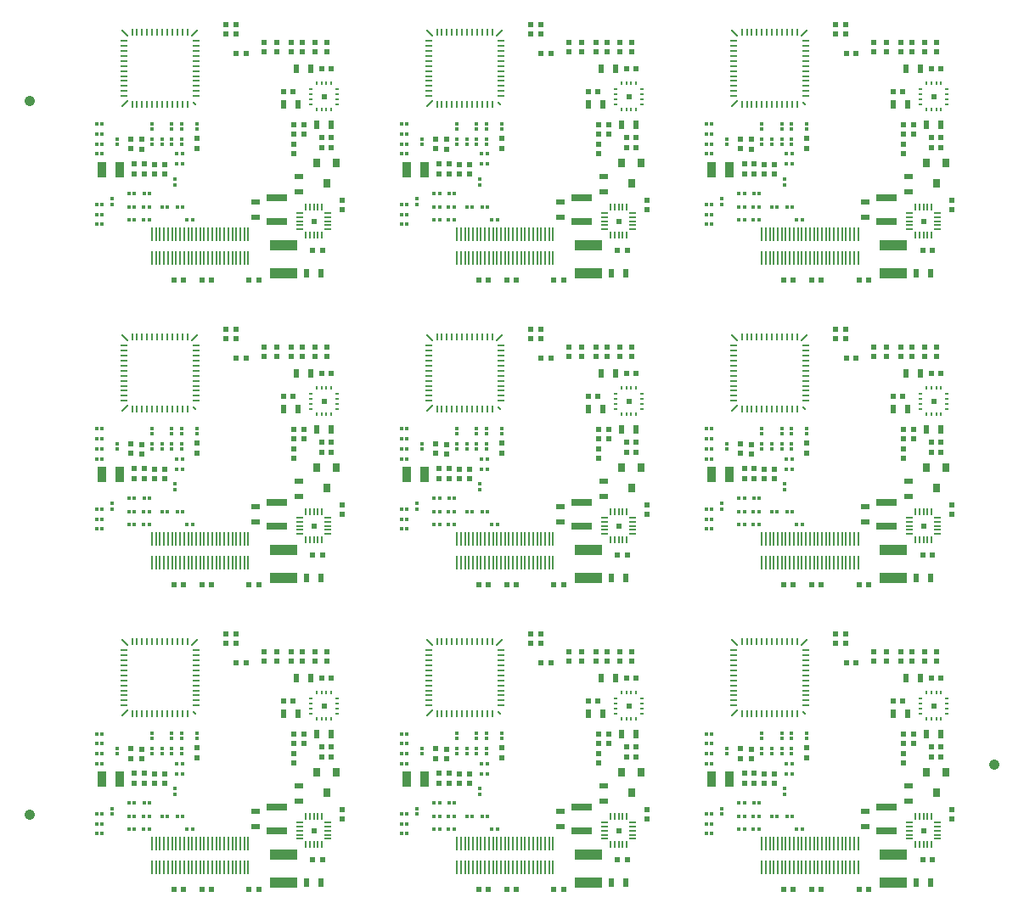
<source format=gbr>
*
%LPD*%
%FSLAX24Y24*%
%MOIN*%
%AD*%
%ADD249R,0.01969X0.02362*%
%ADD250R,0.02362X0.03543*%
%ADD251R,0.03543X0.02362*%
%ADD252R,0.02362X0.01969*%
%ADD263R,0.01181X0.01299*%
%ADD264R,0.01299X0.01181*%
%ADD265R,0.023622X0.023622*%
%ADD266R,0.02756X0.00787*%
%ADD267R,0.00787X0.02756*%
%ADD273R,0.00984X0.02756*%
%ADD274R,0.02756X0.00984*%
%ADD276R,0.015748X0.009843*%
%ADD277R,0.009843X0.015748*%
%ADD289R,0.07874X0.0315*%
%ADD290R,0.1063X0.03937*%
%ADD291R,0.00787X0.0563*%
%AMROTATEDRECTD24-R90*
4,1,4,-0.008766,-0.003762,0.003762,0.008766,0.008766,0.003762,-0.003762,-0.008766,-0.008766,-0.003762,90*
%
%ADD292ROTATEDRECTD24-R90*%
%AMROTATEDRECTD25-D152-R90*
4,1,4,-0.010026,0.01503,0.01503,-0.010026,0.010026,-0.01503,-0.01503,0.010026,-0.010026,0.01503,90*
%
%ADD293ROTATEDRECTD25-D152-R90*%
%AMROTATEDRECTD28-R90*
4,1,4,0.01503,0.010026,-0.010026,-0.01503,-0.01503,-0.010026,0.010026,0.01503,0.01503,0.010026,90*
%
%ADD294ROTATEDRECTD28-R90*%
%ADD295R,0.0315X0.03543*%
%ADD296R,0.033465X0.059055*%
G54D252*
%SRX1Y1I0.0J0.0*%
G1X5603Y6149D3*
G1X5603Y6523D3*
G1X4343Y5513D3*
G1X4343Y5139D3*
G1X9743Y10313D3*
G1X9743Y9939D3*
G1X6743Y10639D3*
G1X6743Y11013D3*
G1X9793Y6689D3*
G1X9793Y7063D3*
G1X2993Y6119D3*
G1X2993Y6493D3*
G1X3443Y6109D3*
G1X3443Y6483D3*
G1X9293Y10313D3*
G1X9293Y9939D3*
G1X11293Y3739D3*
G1X11293Y4113D3*
G1X10693Y10313D3*
G1X10693Y9939D3*
G1X9393Y7063D3*
G1X9393Y6689D3*
G1X7143Y11013D3*
G1X7143Y10639D3*
G1X9393Y5939D3*
G1X9393Y6313D3*
G1X8243Y9939D3*
G1X8243Y10313D3*
G1X8743Y9939D3*
G1X8743Y10313D3*
G1X10243Y9939D3*
G1X10243Y10313D3*
G1X3943Y5513D3*
G1X3943Y5139D3*
G54D264*
G1X5013Y6300D3*
G1X5013Y6512D3*
G1X2263Y4152D3*
G1X2263Y3940D3*
G1X4623Y6300D3*
G1X4623Y6512D3*
G1X3843Y6512D3*
G1X3843Y6300D3*
G1X5013Y7102D3*
G1X5013Y6890D3*
G1X4753Y4710D3*
G1X4753Y4922D3*
G1X2463Y6290D3*
G1X2463Y6502D3*
G1X5603Y7102D3*
G1X5603Y6890D3*
G1X3843Y7102D3*
G1X3843Y6890D3*
G1X4623Y6890D3*
G1X4623Y7102D3*
G1X4233Y6300D3*
G1X4233Y6512D3*
G54D263*
G1X1667Y3156D3*
G1X1879Y3156D3*
G1X5029Y5516D3*
G1X4817Y5516D3*
G1X1879Y5916D3*
G1X1667Y5916D3*
G1X5029Y5916D3*
G1X4817Y5916D3*
G1X1879Y6696D3*
G1X1667Y6696D3*
G1X1667Y7086D3*
G1X1879Y7086D3*
G1X4227Y3846D3*
G1X4439Y3846D3*
G1X3527Y4366D3*
G1X3739Y4366D3*
G1X2947Y3326D3*
G1X3159Y3326D3*
G1X3517Y3846D3*
G1X3729Y3846D3*
G1X3517Y3326D3*
G1X3729Y3326D3*
G1X1879Y6306D3*
G1X1667Y6306D3*
G1X1879Y3946D3*
G1X1667Y3946D3*
G1X4827Y3846D3*
G1X5039Y3846D3*
G1X5217Y3326D3*
G1X5429Y3326D3*
G1X1879Y3546D3*
G1X1667Y3546D3*
G1X2947Y4366D3*
G1X3159Y4366D3*
G1X2947Y3846D3*
G1X3159Y3846D3*
G54D251*
G1X7893Y4021D3*
G1X9593Y4431D3*
G1X7893Y3431D3*
G1X9593Y5021D3*
G54D250*
G1X9588Y7876D3*
G1X9898Y1226D3*
G1X10298Y7076D3*
G1X10088Y9276D3*
G1X8998Y7876D3*
G1X10488Y1226D3*
G1X10888Y7076D3*
G1X9498Y9276D3*
G54D265*
G1X10193Y3276D3*
G54D267*
G1X10350Y2725D3*
G1X9878Y3827D3*
G1X10036Y3827D3*
G1X10193Y3827D3*
G1X10350Y3827D3*
G1X10508Y3827D3*
G1X10508Y2725D3*
G1X10193Y2725D3*
G1X10036Y2725D3*
G1X9878Y2725D3*
G54D266*
G1X9642Y2961D3*
G1X9642Y3119D3*
G1X9642Y3276D3*
G1X9642Y3433D3*
G1X9642Y3591D3*
G1X10744Y3591D3*
G1X10744Y3433D3*
G1X10744Y3276D3*
G1X10744Y3119D3*
G1X10744Y2961D3*
G54D249*
G1X3530Y5126D3*
G1X3156Y5126D3*
G1X9006Y8376D3*
G1X9380Y8376D3*
G1X10880Y9276D3*
G1X10506Y9276D3*
G1X3156Y5536D3*
G1X3530Y5536D3*
G1X6180Y976D3*
G1X5806Y976D3*
G1X7656Y976D3*
G1X8030Y976D3*
G1X5080Y976D3*
G1X4706Y976D3*
G1X10880Y6576D3*
G1X10506Y6576D3*
G1X10506Y6176D3*
G1X10880Y6176D3*
G1X10156Y2126D3*
G1X10530Y2126D3*
G1X7530Y9876D3*
G1X7156Y9876D3*
G54D289*
G1X8743Y3263D3*
G1X8743Y4189D3*
G54D290*
G1X8993Y2327D3*
G1X8993Y1225D3*
G54D291*
G1X3843Y2761D3*
G1X4001Y2761D3*
G1X4158Y2761D3*
G1X4316Y2761D3*
G1X4473Y2761D3*
G1X4631Y2761D3*
G1X4788Y2761D3*
G1X4946Y2761D3*
G1X5103Y2761D3*
G1X5261Y2761D3*
G1X5418Y2761D3*
G1X5576Y2761D3*
G1X5733Y2761D3*
G1X5891Y2761D3*
G1X6048Y2761D3*
G1X6206Y2761D3*
G1X6363Y2761D3*
G1X6521Y2761D3*
G1X6678Y2761D3*
G1X6836Y2761D3*
G1X6993Y2761D3*
G1X7151Y2761D3*
G1X7308Y2761D3*
G1X7465Y2761D3*
G1X7623Y2761D3*
G1X7623Y1836D3*
G1X7465Y1836D3*
G1X7308Y1836D3*
G1X7151Y1836D3*
G1X6993Y1836D3*
G1X6836Y1836D3*
G1X6678Y1836D3*
G1X6521Y1836D3*
G1X6363Y1836D3*
G1X6206Y1836D3*
G1X6048Y1836D3*
G1X5891Y1836D3*
G1X5733Y1836D3*
G1X5576Y1836D3*
G1X5418Y1836D3*
G1X5261Y1836D3*
G1X5103Y1836D3*
G1X4946Y1836D3*
G1X4788Y1836D3*
G1X4631Y1836D3*
G1X4473Y1836D3*
G1X4316Y1836D3*
G1X4158Y1836D3*
G1X4001Y1836D3*
G1X3843Y1836D3*
G54D292*
G1X5521Y7898D3*
G54D293*
G1X5521Y10654D3*
G1X2765Y7898D3*
G54D274*
G1X5560Y8193D3*
G1X5560Y8390D3*
G1X5560Y8587D3*
G1X5560Y8784D3*
G1X5560Y8981D3*
G1X5560Y9178D3*
G1X5560Y9374D3*
G1X5560Y9571D3*
G1X5560Y9768D3*
G1X5560Y9965D3*
G1X5560Y10162D3*
G1X5560Y10359D3*
G1X2726Y10359D3*
G1X2726Y10162D3*
G1X2726Y9965D3*
G1X2726Y9768D3*
G1X2726Y9571D3*
G1X2726Y9374D3*
G1X2726Y9178D3*
G1X2726Y8981D3*
G1X2726Y8784D3*
G1X2726Y8587D3*
G1X2726Y8390D3*
G1X2726Y8193D3*
G54D273*
G1X5226Y10693D3*
G1X5029Y10693D3*
G1X4832Y10693D3*
G1X4635Y10693D3*
G1X4438Y10693D3*
G1X4241Y10693D3*
G1X4045Y10693D3*
G1X3848Y10693D3*
G1X3651Y10693D3*
G1X3454Y10693D3*
G1X3257Y10693D3*
G1X3060Y10693D3*
G1X3060Y7859D3*
G1X3257Y7859D3*
G1X3454Y7859D3*
G1X3651Y7859D3*
G1X3848Y7859D3*
G1X4045Y7859D3*
G1X4241Y7859D3*
G1X4438Y7859D3*
G1X4635Y7859D3*
G1X4832Y7859D3*
G1X5029Y7859D3*
G1X5226Y7859D3*
G54D294*
G1X2765Y10654D3*
G54D265*
G1X10593Y8176D3*
G54D277*
G1X10298Y8688D3*
G1X10495Y8688D3*
G1X10691Y8688D3*
G1X10888Y8688D3*
G1X10298Y7664D3*
G1X10495Y7664D3*
G1X10691Y7664D3*
G1X10888Y7664D3*
G54D276*
G1X11105Y7881D3*
G1X11105Y8078D3*
G1X11105Y8274D3*
G1X11105Y8471D3*
G1X10081Y7881D3*
G1X10081Y8078D3*
G1X10081Y8274D3*
G1X10081Y8471D3*
G54D295*
G1X11067Y5570D3*
G1X10319Y5570D3*
G1X10693Y4782D3*
G54D296*
G1X1879Y5296D3*
G1X2568Y5296D3*
G54D252*
G1X5603Y18117D3*
G1X5603Y18491D3*
G1X4343Y17481D3*
G1X4343Y17107D3*
G1X9743Y22281D3*
G1X9743Y21907D3*
G1X6743Y22607D3*
G1X6743Y22981D3*
G1X9793Y18657D3*
G1X9793Y19031D3*
G1X2993Y18087D3*
G1X2993Y18461D3*
G1X3443Y18077D3*
G1X3443Y18451D3*
G1X9293Y22281D3*
G1X9293Y21907D3*
G1X11293Y15707D3*
G1X11293Y16081D3*
G1X10693Y22281D3*
G1X10693Y21907D3*
G1X9393Y19031D3*
G1X9393Y18657D3*
G1X7143Y22981D3*
G1X7143Y22607D3*
G1X9393Y17907D3*
G1X9393Y18281D3*
G1X8243Y21907D3*
G1X8243Y22281D3*
G1X8743Y21907D3*
G1X8743Y22281D3*
G1X10243Y21907D3*
G1X10243Y22281D3*
G1X3943Y17481D3*
G1X3943Y17107D3*
G54D264*
G1X5013Y18268D3*
G1X5013Y18480D3*
G1X2263Y16120D3*
G1X2263Y15908D3*
G1X4623Y18268D3*
G1X4623Y18480D3*
G1X3843Y18480D3*
G1X3843Y18268D3*
G1X5013Y19070D3*
G1X5013Y18858D3*
G1X4753Y16678D3*
G1X4753Y16890D3*
G1X2463Y18258D3*
G1X2463Y18470D3*
G1X5603Y19070D3*
G1X5603Y18858D3*
G1X3843Y19070D3*
G1X3843Y18858D3*
G1X4623Y18858D3*
G1X4623Y19070D3*
G1X4233Y18268D3*
G1X4233Y18480D3*
G54D263*
G1X1667Y15124D3*
G1X1879Y15124D3*
G1X5029Y17484D3*
G1X4817Y17484D3*
G1X1879Y17884D3*
G1X1667Y17884D3*
G1X5029Y17884D3*
G1X4817Y17884D3*
G1X1879Y18664D3*
G1X1667Y18664D3*
G1X1667Y19054D3*
G1X1879Y19054D3*
G1X4227Y15814D3*
G1X4439Y15814D3*
G1X3527Y16334D3*
G1X3739Y16334D3*
G1X2947Y15294D3*
G1X3159Y15294D3*
G1X3517Y15814D3*
G1X3729Y15814D3*
G1X3517Y15294D3*
G1X3729Y15294D3*
G1X1879Y18274D3*
G1X1667Y18274D3*
G1X1879Y15914D3*
G1X1667Y15914D3*
G1X4827Y15814D3*
G1X5039Y15814D3*
G1X5217Y15294D3*
G1X5429Y15294D3*
G1X1879Y15514D3*
G1X1667Y15514D3*
G1X2947Y16334D3*
G1X3159Y16334D3*
G1X2947Y15814D3*
G1X3159Y15814D3*
G54D251*
G1X7893Y15989D3*
G1X9593Y16399D3*
G1X7893Y15399D3*
G1X9593Y16989D3*
G54D250*
G1X9588Y19844D3*
G1X9898Y13194D3*
G1X10298Y19044D3*
G1X10088Y21244D3*
G1X8998Y19844D3*
G1X10488Y13194D3*
G1X10888Y19044D3*
G1X9498Y21244D3*
G54D265*
G1X10193Y15244D3*
G54D267*
G1X10350Y14693D3*
G1X9878Y15795D3*
G1X10036Y15795D3*
G1X10193Y15795D3*
G1X10350Y15795D3*
G1X10508Y15795D3*
G1X10508Y14693D3*
G1X10193Y14693D3*
G1X10036Y14693D3*
G1X9878Y14693D3*
G54D266*
G1X9642Y14929D3*
G1X9642Y15087D3*
G1X9642Y15244D3*
G1X9642Y15401D3*
G1X9642Y15559D3*
G1X10744Y15559D3*
G1X10744Y15401D3*
G1X10744Y15244D3*
G1X10744Y15087D3*
G1X10744Y14929D3*
G54D249*
G1X3530Y17094D3*
G1X3156Y17094D3*
G1X9006Y20344D3*
G1X9380Y20344D3*
G1X10880Y21244D3*
G1X10506Y21244D3*
G1X3156Y17504D3*
G1X3530Y17504D3*
G1X6180Y12944D3*
G1X5806Y12944D3*
G1X7656Y12944D3*
G1X8030Y12944D3*
G1X5080Y12944D3*
G1X4706Y12944D3*
G1X10880Y18544D3*
G1X10506Y18544D3*
G1X10506Y18144D3*
G1X10880Y18144D3*
G1X10156Y14094D3*
G1X10530Y14094D3*
G1X7530Y21844D3*
G1X7156Y21844D3*
G54D289*
G1X8743Y15231D3*
G1X8743Y16157D3*
G54D290*
G1X8993Y14295D3*
G1X8993Y13193D3*
G54D291*
G1X3843Y14729D3*
G1X4001Y14729D3*
G1X4158Y14729D3*
G1X4316Y14729D3*
G1X4473Y14729D3*
G1X4631Y14729D3*
G1X4788Y14729D3*
G1X4946Y14729D3*
G1X5103Y14729D3*
G1X5261Y14729D3*
G1X5418Y14729D3*
G1X5576Y14729D3*
G1X5733Y14729D3*
G1X5891Y14729D3*
G1X6048Y14729D3*
G1X6206Y14729D3*
G1X6363Y14729D3*
G1X6521Y14729D3*
G1X6678Y14729D3*
G1X6836Y14729D3*
G1X6993Y14729D3*
G1X7151Y14729D3*
G1X7308Y14729D3*
G1X7465Y14729D3*
G1X7623Y14729D3*
G1X7623Y13804D3*
G1X7465Y13804D3*
G1X7308Y13804D3*
G1X7151Y13804D3*
G1X6993Y13804D3*
G1X6836Y13804D3*
G1X6678Y13804D3*
G1X6521Y13804D3*
G1X6363Y13804D3*
G1X6206Y13804D3*
G1X6048Y13804D3*
G1X5891Y13804D3*
G1X5733Y13804D3*
G1X5576Y13804D3*
G1X5418Y13804D3*
G1X5261Y13804D3*
G1X5103Y13804D3*
G1X4946Y13804D3*
G1X4788Y13804D3*
G1X4631Y13804D3*
G1X4473Y13804D3*
G1X4316Y13804D3*
G1X4158Y13804D3*
G1X4001Y13804D3*
G1X3843Y13804D3*
G54D292*
G1X5521Y19866D3*
G54D293*
G1X5521Y22622D3*
G1X2765Y19866D3*
G54D274*
G1X5560Y20161D3*
G1X5560Y20358D3*
G1X5560Y20555D3*
G1X5560Y20752D3*
G1X5560Y20949D3*
G1X5560Y21146D3*
G1X5560Y21342D3*
G1X5560Y21539D3*
G1X5560Y21736D3*
G1X5560Y21933D3*
G1X5560Y22130D3*
G1X5560Y22327D3*
G1X2726Y22327D3*
G1X2726Y22130D3*
G1X2726Y21933D3*
G1X2726Y21736D3*
G1X2726Y21539D3*
G1X2726Y21342D3*
G1X2726Y21146D3*
G1X2726Y20949D3*
G1X2726Y20752D3*
G1X2726Y20555D3*
G1X2726Y20358D3*
G1X2726Y20161D3*
G54D273*
G1X5226Y22661D3*
G1X5029Y22661D3*
G1X4832Y22661D3*
G1X4635Y22661D3*
G1X4438Y22661D3*
G1X4241Y22661D3*
G1X4045Y22661D3*
G1X3848Y22661D3*
G1X3651Y22661D3*
G1X3454Y22661D3*
G1X3257Y22661D3*
G1X3060Y22661D3*
G1X3060Y19827D3*
G1X3257Y19827D3*
G1X3454Y19827D3*
G1X3651Y19827D3*
G1X3848Y19827D3*
G1X4045Y19827D3*
G1X4241Y19827D3*
G1X4438Y19827D3*
G1X4635Y19827D3*
G1X4832Y19827D3*
G1X5029Y19827D3*
G1X5226Y19827D3*
G54D294*
G1X2765Y22622D3*
G54D265*
G1X10593Y20144D3*
G54D277*
G1X10298Y20656D3*
G1X10495Y20656D3*
G1X10691Y20656D3*
G1X10888Y20656D3*
G1X10298Y19632D3*
G1X10495Y19632D3*
G1X10691Y19632D3*
G1X10888Y19632D3*
G54D276*
G1X11105Y19849D3*
G1X11105Y20046D3*
G1X11105Y20242D3*
G1X11105Y20439D3*
G1X10081Y19849D3*
G1X10081Y20046D3*
G1X10081Y20242D3*
G1X10081Y20439D3*
G54D295*
G1X11067Y17538D3*
G1X10319Y17538D3*
G1X10693Y16750D3*
G54D296*
G1X1879Y17264D3*
G1X2568Y17264D3*
G54D252*
G1X17571Y6149D3*
G1X17571Y6523D3*
G1X16311Y5513D3*
G1X16311Y5139D3*
G1X21711Y10313D3*
G1X21711Y9939D3*
G1X18711Y10639D3*
G1X18711Y11013D3*
G1X21761Y6689D3*
G1X21761Y7063D3*
G1X14961Y6119D3*
G1X14961Y6493D3*
G1X15411Y6109D3*
G1X15411Y6483D3*
G1X21261Y10313D3*
G1X21261Y9939D3*
G1X23261Y3739D3*
G1X23261Y4113D3*
G1X22661Y10313D3*
G1X22661Y9939D3*
G1X21361Y7063D3*
G1X21361Y6689D3*
G1X19111Y11013D3*
G1X19111Y10639D3*
G1X21361Y5939D3*
G1X21361Y6313D3*
G1X20211Y9939D3*
G1X20211Y10313D3*
G1X20711Y9939D3*
G1X20711Y10313D3*
G1X22211Y9939D3*
G1X22211Y10313D3*
G1X15911Y5513D3*
G1X15911Y5139D3*
G54D264*
G1X16981Y6300D3*
G1X16981Y6512D3*
G1X14231Y4152D3*
G1X14231Y3940D3*
G1X16591Y6300D3*
G1X16591Y6512D3*
G1X15811Y6512D3*
G1X15811Y6300D3*
G1X16981Y7102D3*
G1X16981Y6890D3*
G1X16721Y4710D3*
G1X16721Y4922D3*
G1X14431Y6290D3*
G1X14431Y6502D3*
G1X17571Y7102D3*
G1X17571Y6890D3*
G1X15811Y7102D3*
G1X15811Y6890D3*
G1X16591Y6890D3*
G1X16591Y7102D3*
G1X16201Y6300D3*
G1X16201Y6512D3*
G54D263*
G1X13635Y3156D3*
G1X13847Y3156D3*
G1X16997Y5516D3*
G1X16785Y5516D3*
G1X13847Y5916D3*
G1X13635Y5916D3*
G1X16997Y5916D3*
G1X16785Y5916D3*
G1X13847Y6696D3*
G1X13635Y6696D3*
G1X13635Y7086D3*
G1X13847Y7086D3*
G1X16195Y3846D3*
G1X16407Y3846D3*
G1X15495Y4366D3*
G1X15707Y4366D3*
G1X14915Y3326D3*
G1X15127Y3326D3*
G1X15485Y3846D3*
G1X15697Y3846D3*
G1X15485Y3326D3*
G1X15697Y3326D3*
G1X13847Y6306D3*
G1X13635Y6306D3*
G1X13847Y3946D3*
G1X13635Y3946D3*
G1X16795Y3846D3*
G1X17007Y3846D3*
G1X17185Y3326D3*
G1X17397Y3326D3*
G1X13847Y3546D3*
G1X13635Y3546D3*
G1X14915Y4366D3*
G1X15127Y4366D3*
G1X14915Y3846D3*
G1X15127Y3846D3*
G54D251*
G1X19861Y4021D3*
G1X21561Y4431D3*
G1X19861Y3431D3*
G1X21561Y5021D3*
G54D250*
G1X21556Y7876D3*
G1X21866Y1226D3*
G1X22266Y7076D3*
G1X22056Y9276D3*
G1X20966Y7876D3*
G1X22456Y1226D3*
G1X22856Y7076D3*
G1X21466Y9276D3*
G54D265*
G1X22161Y3276D3*
G54D267*
G1X22318Y2725D3*
G1X21846Y3827D3*
G1X22004Y3827D3*
G1X22161Y3827D3*
G1X22318Y3827D3*
G1X22476Y3827D3*
G1X22476Y2725D3*
G1X22161Y2725D3*
G1X22004Y2725D3*
G1X21846Y2725D3*
G54D266*
G1X21610Y2961D3*
G1X21610Y3119D3*
G1X21610Y3276D3*
G1X21610Y3433D3*
G1X21610Y3591D3*
G1X22712Y3591D3*
G1X22712Y3433D3*
G1X22712Y3276D3*
G1X22712Y3119D3*
G1X22712Y2961D3*
G54D249*
G1X15498Y5126D3*
G1X15124Y5126D3*
G1X20974Y8376D3*
G1X21348Y8376D3*
G1X22848Y9276D3*
G1X22474Y9276D3*
G1X15124Y5536D3*
G1X15498Y5536D3*
G1X18148Y976D3*
G1X17774Y976D3*
G1X19624Y976D3*
G1X19998Y976D3*
G1X17048Y976D3*
G1X16674Y976D3*
G1X22848Y6576D3*
G1X22474Y6576D3*
G1X22474Y6176D3*
G1X22848Y6176D3*
G1X22124Y2126D3*
G1X22498Y2126D3*
G1X19498Y9876D3*
G1X19124Y9876D3*
G54D289*
G1X20711Y3263D3*
G1X20711Y4189D3*
G54D290*
G1X20961Y2327D3*
G1X20961Y1225D3*
G54D291*
G1X15811Y2761D3*
G1X15969Y2761D3*
G1X16126Y2761D3*
G1X16284Y2761D3*
G1X16441Y2761D3*
G1X16599Y2761D3*
G1X16756Y2761D3*
G1X16914Y2761D3*
G1X17071Y2761D3*
G1X17229Y2761D3*
G1X17386Y2761D3*
G1X17544Y2761D3*
G1X17701Y2761D3*
G1X17859Y2761D3*
G1X18016Y2761D3*
G1X18174Y2761D3*
G1X18331Y2761D3*
G1X18489Y2761D3*
G1X18646Y2761D3*
G1X18804Y2761D3*
G1X18961Y2761D3*
G1X19119Y2761D3*
G1X19276Y2761D3*
G1X19433Y2761D3*
G1X19591Y2761D3*
G1X19591Y1836D3*
G1X19433Y1836D3*
G1X19276Y1836D3*
G1X19119Y1836D3*
G1X18961Y1836D3*
G1X18804Y1836D3*
G1X18646Y1836D3*
G1X18489Y1836D3*
G1X18331Y1836D3*
G1X18174Y1836D3*
G1X18016Y1836D3*
G1X17859Y1836D3*
G1X17701Y1836D3*
G1X17544Y1836D3*
G1X17386Y1836D3*
G1X17229Y1836D3*
G1X17071Y1836D3*
G1X16914Y1836D3*
G1X16756Y1836D3*
G1X16599Y1836D3*
G1X16441Y1836D3*
G1X16284Y1836D3*
G1X16126Y1836D3*
G1X15969Y1836D3*
G1X15811Y1836D3*
G54D292*
G1X17489Y7898D3*
G54D293*
G1X17489Y10654D3*
G1X14733Y7898D3*
G54D274*
G1X17528Y8193D3*
G1X17528Y8390D3*
G1X17528Y8587D3*
G1X17528Y8784D3*
G1X17528Y8981D3*
G1X17528Y9178D3*
G1X17528Y9374D3*
G1X17528Y9571D3*
G1X17528Y9768D3*
G1X17528Y9965D3*
G1X17528Y10162D3*
G1X17528Y10359D3*
G1X14694Y10359D3*
G1X14694Y10162D3*
G1X14694Y9965D3*
G1X14694Y9768D3*
G1X14694Y9571D3*
G1X14694Y9374D3*
G1X14694Y9178D3*
G1X14694Y8981D3*
G1X14694Y8784D3*
G1X14694Y8587D3*
G1X14694Y8390D3*
G1X14694Y8193D3*
G54D273*
G1X17194Y10693D3*
G1X16997Y10693D3*
G1X16800Y10693D3*
G1X16603Y10693D3*
G1X16406Y10693D3*
G1X16209Y10693D3*
G1X16013Y10693D3*
G1X15816Y10693D3*
G1X15619Y10693D3*
G1X15422Y10693D3*
G1X15225Y10693D3*
G1X15028Y10693D3*
G1X15028Y7859D3*
G1X15225Y7859D3*
G1X15422Y7859D3*
G1X15619Y7859D3*
G1X15816Y7859D3*
G1X16013Y7859D3*
G1X16209Y7859D3*
G1X16406Y7859D3*
G1X16603Y7859D3*
G1X16800Y7859D3*
G1X16997Y7859D3*
G1X17194Y7859D3*
G54D294*
G1X14733Y10654D3*
G54D265*
G1X22561Y8176D3*
G54D277*
G1X22266Y8688D3*
G1X22463Y8688D3*
G1X22659Y8688D3*
G1X22856Y8688D3*
G1X22266Y7664D3*
G1X22463Y7664D3*
G1X22659Y7664D3*
G1X22856Y7664D3*
G54D276*
G1X23073Y7881D3*
G1X23073Y8078D3*
G1X23073Y8274D3*
G1X23073Y8471D3*
G1X22049Y7881D3*
G1X22049Y8078D3*
G1X22049Y8274D3*
G1X22049Y8471D3*
G54D295*
G1X23035Y5570D3*
G1X22287Y5570D3*
G1X22661Y4782D3*
G54D296*
G1X13847Y5296D3*
G1X14536Y5296D3*
G54D252*
G1X17571Y18117D3*
G1X17571Y18491D3*
G1X16311Y17481D3*
G1X16311Y17107D3*
G1X21711Y22281D3*
G1X21711Y21907D3*
G1X18711Y22607D3*
G1X18711Y22981D3*
G1X21761Y18657D3*
G1X21761Y19031D3*
G1X14961Y18087D3*
G1X14961Y18461D3*
G1X15411Y18077D3*
G1X15411Y18451D3*
G1X21261Y22281D3*
G1X21261Y21907D3*
G1X23261Y15707D3*
G1X23261Y16081D3*
G1X22661Y22281D3*
G1X22661Y21907D3*
G1X21361Y19031D3*
G1X21361Y18657D3*
G1X19111Y22981D3*
G1X19111Y22607D3*
G1X21361Y17907D3*
G1X21361Y18281D3*
G1X20211Y21907D3*
G1X20211Y22281D3*
G1X20711Y21907D3*
G1X20711Y22281D3*
G1X22211Y21907D3*
G1X22211Y22281D3*
G1X15911Y17481D3*
G1X15911Y17107D3*
G54D264*
G1X16981Y18268D3*
G1X16981Y18480D3*
G1X14231Y16120D3*
G1X14231Y15908D3*
G1X16591Y18268D3*
G1X16591Y18480D3*
G1X15811Y18480D3*
G1X15811Y18268D3*
G1X16981Y19070D3*
G1X16981Y18858D3*
G1X16721Y16678D3*
G1X16721Y16890D3*
G1X14431Y18258D3*
G1X14431Y18470D3*
G1X17571Y19070D3*
G1X17571Y18858D3*
G1X15811Y19070D3*
G1X15811Y18858D3*
G1X16591Y18858D3*
G1X16591Y19070D3*
G1X16201Y18268D3*
G1X16201Y18480D3*
G54D263*
G1X13635Y15124D3*
G1X13847Y15124D3*
G1X16997Y17484D3*
G1X16785Y17484D3*
G1X13847Y17884D3*
G1X13635Y17884D3*
G1X16997Y17884D3*
G1X16785Y17884D3*
G1X13847Y18664D3*
G1X13635Y18664D3*
G1X13635Y19054D3*
G1X13847Y19054D3*
G1X16195Y15814D3*
G1X16407Y15814D3*
G1X15495Y16334D3*
G1X15707Y16334D3*
G1X14915Y15294D3*
G1X15127Y15294D3*
G1X15485Y15814D3*
G1X15697Y15814D3*
G1X15485Y15294D3*
G1X15697Y15294D3*
G1X13847Y18274D3*
G1X13635Y18274D3*
G1X13847Y15914D3*
G1X13635Y15914D3*
G1X16795Y15814D3*
G1X17007Y15814D3*
G1X17185Y15294D3*
G1X17397Y15294D3*
G1X13847Y15514D3*
G1X13635Y15514D3*
G1X14915Y16334D3*
G1X15127Y16334D3*
G1X14915Y15814D3*
G1X15127Y15814D3*
G54D251*
G1X19861Y15989D3*
G1X21561Y16399D3*
G1X19861Y15399D3*
G1X21561Y16989D3*
G54D250*
G1X21556Y19844D3*
G1X21866Y13194D3*
G1X22266Y19044D3*
G1X22056Y21244D3*
G1X20966Y19844D3*
G1X22456Y13194D3*
G1X22856Y19044D3*
G1X21466Y21244D3*
G54D265*
G1X22161Y15244D3*
G54D267*
G1X22318Y14693D3*
G1X21846Y15795D3*
G1X22004Y15795D3*
G1X22161Y15795D3*
G1X22318Y15795D3*
G1X22476Y15795D3*
G1X22476Y14693D3*
G1X22161Y14693D3*
G1X22004Y14693D3*
G1X21846Y14693D3*
G54D266*
G1X21610Y14929D3*
G1X21610Y15087D3*
G1X21610Y15244D3*
G1X21610Y15401D3*
G1X21610Y15559D3*
G1X22712Y15559D3*
G1X22712Y15401D3*
G1X22712Y15244D3*
G1X22712Y15087D3*
G1X22712Y14929D3*
G54D249*
G1X15498Y17094D3*
G1X15124Y17094D3*
G1X20974Y20344D3*
G1X21348Y20344D3*
G1X22848Y21244D3*
G1X22474Y21244D3*
G1X15124Y17504D3*
G1X15498Y17504D3*
G1X18148Y12944D3*
G1X17774Y12944D3*
G1X19624Y12944D3*
G1X19998Y12944D3*
G1X17048Y12944D3*
G1X16674Y12944D3*
G1X22848Y18544D3*
G1X22474Y18544D3*
G1X22474Y18144D3*
G1X22848Y18144D3*
G1X22124Y14094D3*
G1X22498Y14094D3*
G1X19498Y21844D3*
G1X19124Y21844D3*
G54D289*
G1X20711Y15231D3*
G1X20711Y16157D3*
G54D290*
G1X20961Y14295D3*
G1X20961Y13193D3*
G54D291*
G1X15811Y14729D3*
G1X15969Y14729D3*
G1X16126Y14729D3*
G1X16284Y14729D3*
G1X16441Y14729D3*
G1X16599Y14729D3*
G1X16756Y14729D3*
G1X16914Y14729D3*
G1X17071Y14729D3*
G1X17229Y14729D3*
G1X17386Y14729D3*
G1X17544Y14729D3*
G1X17701Y14729D3*
G1X17859Y14729D3*
G1X18016Y14729D3*
G1X18174Y14729D3*
G1X18331Y14729D3*
G1X18489Y14729D3*
G1X18646Y14729D3*
G1X18804Y14729D3*
G1X18961Y14729D3*
G1X19119Y14729D3*
G1X19276Y14729D3*
G1X19433Y14729D3*
G1X19591Y14729D3*
G1X19591Y13804D3*
G1X19433Y13804D3*
G1X19276Y13804D3*
G1X19119Y13804D3*
G1X18961Y13804D3*
G1X18804Y13804D3*
G1X18646Y13804D3*
G1X18489Y13804D3*
G1X18331Y13804D3*
G1X18174Y13804D3*
G1X18016Y13804D3*
G1X17859Y13804D3*
G1X17701Y13804D3*
G1X17544Y13804D3*
G1X17386Y13804D3*
G1X17229Y13804D3*
G1X17071Y13804D3*
G1X16914Y13804D3*
G1X16756Y13804D3*
G1X16599Y13804D3*
G1X16441Y13804D3*
G1X16284Y13804D3*
G1X16126Y13804D3*
G1X15969Y13804D3*
G1X15811Y13804D3*
G54D292*
G1X17489Y19866D3*
G54D293*
G1X17489Y22622D3*
G1X14733Y19866D3*
G54D274*
G1X17528Y20161D3*
G1X17528Y20358D3*
G1X17528Y20555D3*
G1X17528Y20752D3*
G1X17528Y20949D3*
G1X17528Y21146D3*
G1X17528Y21342D3*
G1X17528Y21539D3*
G1X17528Y21736D3*
G1X17528Y21933D3*
G1X17528Y22130D3*
G1X17528Y22327D3*
G1X14694Y22327D3*
G1X14694Y22130D3*
G1X14694Y21933D3*
G1X14694Y21736D3*
G1X14694Y21539D3*
G1X14694Y21342D3*
G1X14694Y21146D3*
G1X14694Y20949D3*
G1X14694Y20752D3*
G1X14694Y20555D3*
G1X14694Y20358D3*
G1X14694Y20161D3*
G54D273*
G1X17194Y22661D3*
G1X16997Y22661D3*
G1X16800Y22661D3*
G1X16603Y22661D3*
G1X16406Y22661D3*
G1X16209Y22661D3*
G1X16013Y22661D3*
G1X15816Y22661D3*
G1X15619Y22661D3*
G1X15422Y22661D3*
G1X15225Y22661D3*
G1X15028Y22661D3*
G1X15028Y19827D3*
G1X15225Y19827D3*
G1X15422Y19827D3*
G1X15619Y19827D3*
G1X15816Y19827D3*
G1X16013Y19827D3*
G1X16209Y19827D3*
G1X16406Y19827D3*
G1X16603Y19827D3*
G1X16800Y19827D3*
G1X16997Y19827D3*
G1X17194Y19827D3*
G54D294*
G1X14733Y22622D3*
G54D265*
G1X22561Y20144D3*
G54D277*
G1X22266Y20656D3*
G1X22463Y20656D3*
G1X22659Y20656D3*
G1X22856Y20656D3*
G1X22266Y19632D3*
G1X22463Y19632D3*
G1X22659Y19632D3*
G1X22856Y19632D3*
G54D276*
G1X23073Y19849D3*
G1X23073Y20046D3*
G1X23073Y20242D3*
G1X23073Y20439D3*
G1X22049Y19849D3*
G1X22049Y20046D3*
G1X22049Y20242D3*
G1X22049Y20439D3*
G54D295*
G1X23035Y17538D3*
G1X22287Y17538D3*
G1X22661Y16750D3*
G54D296*
G1X13847Y17264D3*
G1X14536Y17264D3*
G54D252*
G1X17571Y30086D3*
G1X17571Y30460D3*
G1X16311Y29450D3*
G1X16311Y29076D3*
G1X21711Y34250D3*
G1X21711Y33876D3*
G1X18711Y34576D3*
G1X18711Y34950D3*
G1X21761Y30626D3*
G1X21761Y31000D3*
G1X14961Y30056D3*
G1X14961Y30430D3*
G1X15411Y30046D3*
G1X15411Y30420D3*
G1X21261Y34250D3*
G1X21261Y33876D3*
G1X23261Y27676D3*
G1X23261Y28050D3*
G1X22661Y34250D3*
G1X22661Y33876D3*
G1X21361Y31000D3*
G1X21361Y30626D3*
G1X19111Y34950D3*
G1X19111Y34576D3*
G1X21361Y29876D3*
G1X21361Y30250D3*
G1X20211Y33876D3*
G1X20211Y34250D3*
G1X20711Y33876D3*
G1X20711Y34250D3*
G1X22211Y33876D3*
G1X22211Y34250D3*
G1X15911Y29450D3*
G1X15911Y29076D3*
G54D264*
G1X16981Y30237D3*
G1X16981Y30449D3*
G1X14231Y28089D3*
G1X14231Y27877D3*
G1X16591Y30237D3*
G1X16591Y30449D3*
G1X15811Y30449D3*
G1X15811Y30237D3*
G1X16981Y31039D3*
G1X16981Y30827D3*
G1X16721Y28647D3*
G1X16721Y28859D3*
G1X14431Y30227D3*
G1X14431Y30439D3*
G1X17571Y31039D3*
G1X17571Y30827D3*
G1X15811Y31039D3*
G1X15811Y30827D3*
G1X16591Y30827D3*
G1X16591Y31039D3*
G1X16201Y30237D3*
G1X16201Y30449D3*
G54D263*
G1X13635Y27093D3*
G1X13847Y27093D3*
G1X16997Y29453D3*
G1X16785Y29453D3*
G1X13847Y29853D3*
G1X13635Y29853D3*
G1X16997Y29853D3*
G1X16785Y29853D3*
G1X13847Y30633D3*
G1X13635Y30633D3*
G1X13635Y31023D3*
G1X13847Y31023D3*
G1X16195Y27783D3*
G1X16407Y27783D3*
G1X15495Y28303D3*
G1X15707Y28303D3*
G1X14915Y27263D3*
G1X15127Y27263D3*
G1X15485Y27783D3*
G1X15697Y27783D3*
G1X15485Y27263D3*
G1X15697Y27263D3*
G1X13847Y30243D3*
G1X13635Y30243D3*
G1X13847Y27883D3*
G1X13635Y27883D3*
G1X16795Y27783D3*
G1X17007Y27783D3*
G1X17185Y27263D3*
G1X17397Y27263D3*
G1X13847Y27483D3*
G1X13635Y27483D3*
G1X14915Y28303D3*
G1X15127Y28303D3*
G1X14915Y27783D3*
G1X15127Y27783D3*
G54D251*
G1X19861Y27958D3*
G1X21561Y28368D3*
G1X19861Y27368D3*
G1X21561Y28958D3*
G54D250*
G1X21556Y31813D3*
G1X21866Y25163D3*
G1X22266Y31013D3*
G1X22056Y33213D3*
G1X20966Y31813D3*
G1X22456Y25163D3*
G1X22856Y31013D3*
G1X21466Y33213D3*
G54D265*
G1X22161Y27213D3*
G54D267*
G1X22318Y26662D3*
G1X21846Y27764D3*
G1X22004Y27764D3*
G1X22161Y27764D3*
G1X22318Y27764D3*
G1X22476Y27764D3*
G1X22476Y26662D3*
G1X22161Y26662D3*
G1X22004Y26662D3*
G1X21846Y26662D3*
G54D266*
G1X21610Y26898D3*
G1X21610Y27056D3*
G1X21610Y27213D3*
G1X21610Y27370D3*
G1X21610Y27528D3*
G1X22712Y27528D3*
G1X22712Y27370D3*
G1X22712Y27213D3*
G1X22712Y27056D3*
G1X22712Y26898D3*
G54D249*
G1X15498Y29063D3*
G1X15124Y29063D3*
G1X20974Y32313D3*
G1X21348Y32313D3*
G1X22848Y33213D3*
G1X22474Y33213D3*
G1X15124Y29473D3*
G1X15498Y29473D3*
G1X18148Y24913D3*
G1X17774Y24913D3*
G1X19624Y24913D3*
G1X19998Y24913D3*
G1X17048Y24913D3*
G1X16674Y24913D3*
G1X22848Y30513D3*
G1X22474Y30513D3*
G1X22474Y30113D3*
G1X22848Y30113D3*
G1X22124Y26063D3*
G1X22498Y26063D3*
G1X19498Y33813D3*
G1X19124Y33813D3*
G54D289*
G1X20711Y27200D3*
G1X20711Y28126D3*
G54D290*
G1X20961Y26264D3*
G1X20961Y25162D3*
G54D291*
G1X15811Y26698D3*
G1X15969Y26698D3*
G1X16126Y26698D3*
G1X16284Y26698D3*
G1X16441Y26698D3*
G1X16599Y26698D3*
G1X16756Y26698D3*
G1X16914Y26698D3*
G1X17071Y26698D3*
G1X17229Y26698D3*
G1X17386Y26698D3*
G1X17544Y26698D3*
G1X17701Y26698D3*
G1X17859Y26698D3*
G1X18016Y26698D3*
G1X18174Y26698D3*
G1X18331Y26698D3*
G1X18489Y26698D3*
G1X18646Y26698D3*
G1X18804Y26698D3*
G1X18961Y26698D3*
G1X19119Y26698D3*
G1X19276Y26698D3*
G1X19433Y26698D3*
G1X19591Y26698D3*
G1X19591Y25773D3*
G1X19433Y25773D3*
G1X19276Y25773D3*
G1X19119Y25773D3*
G1X18961Y25773D3*
G1X18804Y25773D3*
G1X18646Y25773D3*
G1X18489Y25773D3*
G1X18331Y25773D3*
G1X18174Y25773D3*
G1X18016Y25773D3*
G1X17859Y25773D3*
G1X17701Y25773D3*
G1X17544Y25773D3*
G1X17386Y25773D3*
G1X17229Y25773D3*
G1X17071Y25773D3*
G1X16914Y25773D3*
G1X16756Y25773D3*
G1X16599Y25773D3*
G1X16441Y25773D3*
G1X16284Y25773D3*
G1X16126Y25773D3*
G1X15969Y25773D3*
G1X15811Y25773D3*
G54D292*
G1X17489Y31835D3*
G54D293*
G1X17489Y34591D3*
G1X14733Y31835D3*
G54D274*
G1X17528Y32130D3*
G1X17528Y32327D3*
G1X17528Y32524D3*
G1X17528Y32721D3*
G1X17528Y32918D3*
G1X17528Y33115D3*
G1X17528Y33311D3*
G1X17528Y33508D3*
G1X17528Y33705D3*
G1X17528Y33902D3*
G1X17528Y34099D3*
G1X17528Y34296D3*
G1X14694Y34296D3*
G1X14694Y34099D3*
G1X14694Y33902D3*
G1X14694Y33705D3*
G1X14694Y33508D3*
G1X14694Y33311D3*
G1X14694Y33115D3*
G1X14694Y32918D3*
G1X14694Y32721D3*
G1X14694Y32524D3*
G1X14694Y32327D3*
G1X14694Y32130D3*
G54D273*
G1X17194Y34630D3*
G1X16997Y34630D3*
G1X16800Y34630D3*
G1X16603Y34630D3*
G1X16406Y34630D3*
G1X16209Y34630D3*
G1X16013Y34630D3*
G1X15816Y34630D3*
G1X15619Y34630D3*
G1X15422Y34630D3*
G1X15225Y34630D3*
G1X15028Y34630D3*
G1X15028Y31796D3*
G1X15225Y31796D3*
G1X15422Y31796D3*
G1X15619Y31796D3*
G1X15816Y31796D3*
G1X16013Y31796D3*
G1X16209Y31796D3*
G1X16406Y31796D3*
G1X16603Y31796D3*
G1X16800Y31796D3*
G1X16997Y31796D3*
G1X17194Y31796D3*
G54D294*
G1X14733Y34591D3*
G54D265*
G1X22561Y32113D3*
G54D277*
G1X22266Y32625D3*
G1X22463Y32625D3*
G1X22659Y32625D3*
G1X22856Y32625D3*
G1X22266Y31601D3*
G1X22463Y31601D3*
G1X22659Y31601D3*
G1X22856Y31601D3*
G54D276*
G1X23073Y31818D3*
G1X23073Y32015D3*
G1X23073Y32211D3*
G1X23073Y32408D3*
G1X22049Y31818D3*
G1X22049Y32015D3*
G1X22049Y32211D3*
G1X22049Y32408D3*
G54D295*
G1X23035Y29507D3*
G1X22287Y29507D3*
G1X22661Y28719D3*
G54D296*
G1X13847Y29233D3*
G1X14536Y29233D3*
G54D252*
G1X5603Y30086D3*
G1X5603Y30460D3*
G1X4343Y29450D3*
G1X4343Y29076D3*
G1X9743Y34250D3*
G1X9743Y33876D3*
G1X6743Y34576D3*
G1X6743Y34950D3*
G1X9793Y30626D3*
G1X9793Y31000D3*
G1X2993Y30056D3*
G1X2993Y30430D3*
G1X3443Y30046D3*
G1X3443Y30420D3*
G1X9293Y34250D3*
G1X9293Y33876D3*
G1X11293Y27676D3*
G1X11293Y28050D3*
G1X10693Y34250D3*
G1X10693Y33876D3*
G1X9393Y31000D3*
G1X9393Y30626D3*
G1X7143Y34950D3*
G1X7143Y34576D3*
G1X9393Y29876D3*
G1X9393Y30250D3*
G1X8243Y33876D3*
G1X8243Y34250D3*
G1X8743Y33876D3*
G1X8743Y34250D3*
G1X10243Y33876D3*
G1X10243Y34250D3*
G1X3943Y29450D3*
G1X3943Y29076D3*
G54D264*
G1X5013Y30237D3*
G1X5013Y30449D3*
G1X2263Y28089D3*
G1X2263Y27877D3*
G1X4623Y30237D3*
G1X4623Y30449D3*
G1X3843Y30449D3*
G1X3843Y30237D3*
G1X5013Y31039D3*
G1X5013Y30827D3*
G1X4753Y28647D3*
G1X4753Y28859D3*
G1X2463Y30227D3*
G1X2463Y30439D3*
G1X5603Y31039D3*
G1X5603Y30827D3*
G1X3843Y31039D3*
G1X3843Y30827D3*
G1X4623Y30827D3*
G1X4623Y31039D3*
G1X4233Y30237D3*
G1X4233Y30449D3*
G54D263*
G1X1667Y27093D3*
G1X1879Y27093D3*
G1X5029Y29453D3*
G1X4817Y29453D3*
G1X1879Y29853D3*
G1X1667Y29853D3*
G1X5029Y29853D3*
G1X4817Y29853D3*
G1X1879Y30633D3*
G1X1667Y30633D3*
G1X1667Y31023D3*
G1X1879Y31023D3*
G1X4227Y27783D3*
G1X4439Y27783D3*
G1X3527Y28303D3*
G1X3739Y28303D3*
G1X2947Y27263D3*
G1X3159Y27263D3*
G1X3517Y27783D3*
G1X3729Y27783D3*
G1X3517Y27263D3*
G1X3729Y27263D3*
G1X1879Y30243D3*
G1X1667Y30243D3*
G1X1879Y27883D3*
G1X1667Y27883D3*
G1X4827Y27783D3*
G1X5039Y27783D3*
G1X5217Y27263D3*
G1X5429Y27263D3*
G1X1879Y27483D3*
G1X1667Y27483D3*
G1X2947Y28303D3*
G1X3159Y28303D3*
G1X2947Y27783D3*
G1X3159Y27783D3*
G54D251*
G1X7893Y27958D3*
G1X9593Y28368D3*
G1X7893Y27368D3*
G1X9593Y28958D3*
G54D250*
G1X9588Y31813D3*
G1X9898Y25163D3*
G1X10298Y31013D3*
G1X10088Y33213D3*
G1X8998Y31813D3*
G1X10488Y25163D3*
G1X10888Y31013D3*
G1X9498Y33213D3*
G54D265*
G1X10193Y27213D3*
G54D267*
G1X10350Y26662D3*
G1X9878Y27764D3*
G1X10036Y27764D3*
G1X10193Y27764D3*
G1X10350Y27764D3*
G1X10508Y27764D3*
G1X10508Y26662D3*
G1X10193Y26662D3*
G1X10036Y26662D3*
G1X9878Y26662D3*
G54D266*
G1X9642Y26898D3*
G1X9642Y27056D3*
G1X9642Y27213D3*
G1X9642Y27370D3*
G1X9642Y27528D3*
G1X10744Y27528D3*
G1X10744Y27370D3*
G1X10744Y27213D3*
G1X10744Y27056D3*
G1X10744Y26898D3*
G54D249*
G1X3530Y29063D3*
G1X3156Y29063D3*
G1X9006Y32313D3*
G1X9380Y32313D3*
G1X10880Y33213D3*
G1X10506Y33213D3*
G1X3156Y29473D3*
G1X3530Y29473D3*
G1X6180Y24913D3*
G1X5806Y24913D3*
G1X7656Y24913D3*
G1X8030Y24913D3*
G1X5080Y24913D3*
G1X4706Y24913D3*
G1X10880Y30513D3*
G1X10506Y30513D3*
G1X10506Y30113D3*
G1X10880Y30113D3*
G1X10156Y26063D3*
G1X10530Y26063D3*
G1X7530Y33813D3*
G1X7156Y33813D3*
G54D289*
G1X8743Y27200D3*
G1X8743Y28126D3*
G54D290*
G1X8993Y26264D3*
G1X8993Y25162D3*
G54D291*
G1X3843Y26698D3*
G1X4001Y26698D3*
G1X4158Y26698D3*
G1X4316Y26698D3*
G1X4473Y26698D3*
G1X4631Y26698D3*
G1X4788Y26698D3*
G1X4946Y26698D3*
G1X5103Y26698D3*
G1X5261Y26698D3*
G1X5418Y26698D3*
G1X5576Y26698D3*
G1X5733Y26698D3*
G1X5891Y26698D3*
G1X6048Y26698D3*
G1X6206Y26698D3*
G1X6363Y26698D3*
G1X6521Y26698D3*
G1X6678Y26698D3*
G1X6836Y26698D3*
G1X6993Y26698D3*
G1X7151Y26698D3*
G1X7308Y26698D3*
G1X7465Y26698D3*
G1X7623Y26698D3*
G1X7623Y25773D3*
G1X7465Y25773D3*
G1X7308Y25773D3*
G1X7151Y25773D3*
G1X6993Y25773D3*
G1X6836Y25773D3*
G1X6678Y25773D3*
G1X6521Y25773D3*
G1X6363Y25773D3*
G1X6206Y25773D3*
G1X6048Y25773D3*
G1X5891Y25773D3*
G1X5733Y25773D3*
G1X5576Y25773D3*
G1X5418Y25773D3*
G1X5261Y25773D3*
G1X5103Y25773D3*
G1X4946Y25773D3*
G1X4788Y25773D3*
G1X4631Y25773D3*
G1X4473Y25773D3*
G1X4316Y25773D3*
G1X4158Y25773D3*
G1X4001Y25773D3*
G1X3843Y25773D3*
G54D292*
G1X5521Y31835D3*
G54D293*
G1X5521Y34591D3*
G1X2765Y31835D3*
G54D274*
G1X5560Y32130D3*
G1X5560Y32327D3*
G1X5560Y32524D3*
G1X5560Y32721D3*
G1X5560Y32918D3*
G1X5560Y33115D3*
G1X5560Y33311D3*
G1X5560Y33508D3*
G1X5560Y33705D3*
G1X5560Y33902D3*
G1X5560Y34099D3*
G1X5560Y34296D3*
G1X2726Y34296D3*
G1X2726Y34099D3*
G1X2726Y33902D3*
G1X2726Y33705D3*
G1X2726Y33508D3*
G1X2726Y33311D3*
G1X2726Y33115D3*
G1X2726Y32918D3*
G1X2726Y32721D3*
G1X2726Y32524D3*
G1X2726Y32327D3*
G1X2726Y32130D3*
G54D273*
G1X5226Y34630D3*
G1X5029Y34630D3*
G1X4832Y34630D3*
G1X4635Y34630D3*
G1X4438Y34630D3*
G1X4241Y34630D3*
G1X4045Y34630D3*
G1X3848Y34630D3*
G1X3651Y34630D3*
G1X3454Y34630D3*
G1X3257Y34630D3*
G1X3060Y34630D3*
G1X3060Y31796D3*
G1X3257Y31796D3*
G1X3454Y31796D3*
G1X3651Y31796D3*
G1X3848Y31796D3*
G1X4045Y31796D3*
G1X4241Y31796D3*
G1X4438Y31796D3*
G1X4635Y31796D3*
G1X4832Y31796D3*
G1X5029Y31796D3*
G1X5226Y31796D3*
G54D294*
G1X2765Y34591D3*
G54D265*
G1X10593Y32113D3*
G54D277*
G1X10298Y32625D3*
G1X10495Y32625D3*
G1X10691Y32625D3*
G1X10888Y32625D3*
G1X10298Y31601D3*
G1X10495Y31601D3*
G1X10691Y31601D3*
G1X10888Y31601D3*
G54D276*
G1X11105Y31818D3*
G1X11105Y32015D3*
G1X11105Y32211D3*
G1X11105Y32408D3*
G1X10081Y31818D3*
G1X10081Y32015D3*
G1X10081Y32211D3*
G1X10081Y32408D3*
G54D295*
G1X11067Y29507D3*
G1X10319Y29507D3*
G1X10693Y28719D3*
G54D296*
G1X1879Y29233D3*
G1X2568Y29233D3*
G54D252*
G1X29540Y6149D3*
G1X29540Y6523D3*
G1X28280Y5513D3*
G1X28280Y5139D3*
G1X33680Y10313D3*
G1X33680Y9939D3*
G1X30680Y10639D3*
G1X30680Y11013D3*
G1X33730Y6689D3*
G1X33730Y7063D3*
G1X26930Y6119D3*
G1X26930Y6493D3*
G1X27380Y6109D3*
G1X27380Y6483D3*
G1X33230Y10313D3*
G1X33230Y9939D3*
G1X35230Y3739D3*
G1X35230Y4113D3*
G1X34630Y10313D3*
G1X34630Y9939D3*
G1X33330Y7063D3*
G1X33330Y6689D3*
G1X31080Y11013D3*
G1X31080Y10639D3*
G1X33330Y5939D3*
G1X33330Y6313D3*
G1X32180Y9939D3*
G1X32180Y10313D3*
G1X32680Y9939D3*
G1X32680Y10313D3*
G1X34180Y9939D3*
G1X34180Y10313D3*
G1X27880Y5513D3*
G1X27880Y5139D3*
G54D264*
G1X28950Y6300D3*
G1X28950Y6512D3*
G1X26200Y4152D3*
G1X26200Y3940D3*
G1X28560Y6300D3*
G1X28560Y6512D3*
G1X27780Y6512D3*
G1X27780Y6300D3*
G1X28950Y7102D3*
G1X28950Y6890D3*
G1X28690Y4710D3*
G1X28690Y4922D3*
G1X26400Y6290D3*
G1X26400Y6502D3*
G1X29540Y7102D3*
G1X29540Y6890D3*
G1X27780Y7102D3*
G1X27780Y6890D3*
G1X28560Y6890D3*
G1X28560Y7102D3*
G1X28170Y6300D3*
G1X28170Y6512D3*
G54D263*
G1X25604Y3156D3*
G1X25816Y3156D3*
G1X28966Y5516D3*
G1X28754Y5516D3*
G1X25816Y5916D3*
G1X25604Y5916D3*
G1X28966Y5916D3*
G1X28754Y5916D3*
G1X25816Y6696D3*
G1X25604Y6696D3*
G1X25604Y7086D3*
G1X25816Y7086D3*
G1X28164Y3846D3*
G1X28376Y3846D3*
G1X27464Y4366D3*
G1X27676Y4366D3*
G1X26884Y3326D3*
G1X27096Y3326D3*
G1X27454Y3846D3*
G1X27666Y3846D3*
G1X27454Y3326D3*
G1X27666Y3326D3*
G1X25816Y6306D3*
G1X25604Y6306D3*
G1X25816Y3946D3*
G1X25604Y3946D3*
G1X28764Y3846D3*
G1X28976Y3846D3*
G1X29154Y3326D3*
G1X29366Y3326D3*
G1X25816Y3546D3*
G1X25604Y3546D3*
G1X26884Y4366D3*
G1X27096Y4366D3*
G1X26884Y3846D3*
G1X27096Y3846D3*
G54D251*
G1X31830Y4021D3*
G1X33530Y4431D3*
G1X31830Y3431D3*
G1X33530Y5021D3*
G54D250*
G1X33525Y7876D3*
G1X33835Y1226D3*
G1X34235Y7076D3*
G1X34025Y9276D3*
G1X32935Y7876D3*
G1X34425Y1226D3*
G1X34825Y7076D3*
G1X33435Y9276D3*
G54D265*
G1X34130Y3276D3*
G54D267*
G1X34287Y2725D3*
G1X33815Y3827D3*
G1X33973Y3827D3*
G1X34130Y3827D3*
G1X34287Y3827D3*
G1X34445Y3827D3*
G1X34445Y2725D3*
G1X34130Y2725D3*
G1X33973Y2725D3*
G1X33815Y2725D3*
G54D266*
G1X33579Y2961D3*
G1X33579Y3119D3*
G1X33579Y3276D3*
G1X33579Y3433D3*
G1X33579Y3591D3*
G1X34681Y3591D3*
G1X34681Y3433D3*
G1X34681Y3276D3*
G1X34681Y3119D3*
G1X34681Y2961D3*
G54D249*
G1X27467Y5126D3*
G1X27093Y5126D3*
G1X32943Y8376D3*
G1X33317Y8376D3*
G1X34817Y9276D3*
G1X34443Y9276D3*
G1X27093Y5536D3*
G1X27467Y5536D3*
G1X30117Y976D3*
G1X29743Y976D3*
G1X31593Y976D3*
G1X31967Y976D3*
G1X29017Y976D3*
G1X28643Y976D3*
G1X34817Y6576D3*
G1X34443Y6576D3*
G1X34443Y6176D3*
G1X34817Y6176D3*
G1X34093Y2126D3*
G1X34467Y2126D3*
G1X31467Y9876D3*
G1X31093Y9876D3*
G54D289*
G1X32680Y3263D3*
G1X32680Y4189D3*
G54D290*
G1X32930Y2327D3*
G1X32930Y1225D3*
G54D291*
G1X27780Y2761D3*
G1X27938Y2761D3*
G1X28095Y2761D3*
G1X28253Y2761D3*
G1X28410Y2761D3*
G1X28568Y2761D3*
G1X28725Y2761D3*
G1X28883Y2761D3*
G1X29040Y2761D3*
G1X29198Y2761D3*
G1X29355Y2761D3*
G1X29513Y2761D3*
G1X29670Y2761D3*
G1X29828Y2761D3*
G1X29985Y2761D3*
G1X30143Y2761D3*
G1X30300Y2761D3*
G1X30458Y2761D3*
G1X30615Y2761D3*
G1X30773Y2761D3*
G1X30930Y2761D3*
G1X31088Y2761D3*
G1X31245Y2761D3*
G1X31402Y2761D3*
G1X31560Y2761D3*
G1X31560Y1836D3*
G1X31402Y1836D3*
G1X31245Y1836D3*
G1X31088Y1836D3*
G1X30930Y1836D3*
G1X30773Y1836D3*
G1X30615Y1836D3*
G1X30458Y1836D3*
G1X30300Y1836D3*
G1X30143Y1836D3*
G1X29985Y1836D3*
G1X29828Y1836D3*
G1X29670Y1836D3*
G1X29513Y1836D3*
G1X29355Y1836D3*
G1X29198Y1836D3*
G1X29040Y1836D3*
G1X28883Y1836D3*
G1X28725Y1836D3*
G1X28568Y1836D3*
G1X28410Y1836D3*
G1X28253Y1836D3*
G1X28095Y1836D3*
G1X27938Y1836D3*
G1X27780Y1836D3*
G54D292*
G1X29458Y7898D3*
G54D293*
G1X29458Y10654D3*
G1X26702Y7898D3*
G54D274*
G1X29497Y8193D3*
G1X29497Y8390D3*
G1X29497Y8587D3*
G1X29497Y8784D3*
G1X29497Y8981D3*
G1X29497Y9178D3*
G1X29497Y9374D3*
G1X29497Y9571D3*
G1X29497Y9768D3*
G1X29497Y9965D3*
G1X29497Y10162D3*
G1X29497Y10359D3*
G1X26663Y10359D3*
G1X26663Y10162D3*
G1X26663Y9965D3*
G1X26663Y9768D3*
G1X26663Y9571D3*
G1X26663Y9374D3*
G1X26663Y9178D3*
G1X26663Y8981D3*
G1X26663Y8784D3*
G1X26663Y8587D3*
G1X26663Y8390D3*
G1X26663Y8193D3*
G54D273*
G1X29163Y10693D3*
G1X28966Y10693D3*
G1X28769Y10693D3*
G1X28572Y10693D3*
G1X28375Y10693D3*
G1X28178Y10693D3*
G1X27982Y10693D3*
G1X27785Y10693D3*
G1X27588Y10693D3*
G1X27391Y10693D3*
G1X27194Y10693D3*
G1X26997Y10693D3*
G1X26997Y7859D3*
G1X27194Y7859D3*
G1X27391Y7859D3*
G1X27588Y7859D3*
G1X27785Y7859D3*
G1X27982Y7859D3*
G1X28178Y7859D3*
G1X28375Y7859D3*
G1X28572Y7859D3*
G1X28769Y7859D3*
G1X28966Y7859D3*
G1X29163Y7859D3*
G54D294*
G1X26702Y10654D3*
G54D265*
G1X34530Y8176D3*
G54D277*
G1X34235Y8688D3*
G1X34432Y8688D3*
G1X34628Y8688D3*
G1X34825Y8688D3*
G1X34235Y7664D3*
G1X34432Y7664D3*
G1X34628Y7664D3*
G1X34825Y7664D3*
G54D276*
G1X35042Y7881D3*
G1X35042Y8078D3*
G1X35042Y8274D3*
G1X35042Y8471D3*
G1X34018Y7881D3*
G1X34018Y8078D3*
G1X34018Y8274D3*
G1X34018Y8471D3*
G54D295*
G1X35004Y5570D3*
G1X34256Y5570D3*
G1X34630Y4782D3*
G54D296*
G1X25816Y5296D3*
G1X26505Y5296D3*
G54D252*
G1X29540Y18117D3*
G1X29540Y18491D3*
G1X28280Y17481D3*
G1X28280Y17107D3*
G1X33680Y22281D3*
G1X33680Y21907D3*
G1X30680Y22607D3*
G1X30680Y22981D3*
G1X33730Y18657D3*
G1X33730Y19031D3*
G1X26930Y18087D3*
G1X26930Y18461D3*
G1X27380Y18077D3*
G1X27380Y18451D3*
G1X33230Y22281D3*
G1X33230Y21907D3*
G1X35230Y15707D3*
G1X35230Y16081D3*
G1X34630Y22281D3*
G1X34630Y21907D3*
G1X33330Y19031D3*
G1X33330Y18657D3*
G1X31080Y22981D3*
G1X31080Y22607D3*
G1X33330Y17907D3*
G1X33330Y18281D3*
G1X32180Y21907D3*
G1X32180Y22281D3*
G1X32680Y21907D3*
G1X32680Y22281D3*
G1X34180Y21907D3*
G1X34180Y22281D3*
G1X27880Y17481D3*
G1X27880Y17107D3*
G54D264*
G1X28950Y18268D3*
G1X28950Y18480D3*
G1X26200Y16120D3*
G1X26200Y15908D3*
G1X28560Y18268D3*
G1X28560Y18480D3*
G1X27780Y18480D3*
G1X27780Y18268D3*
G1X28950Y19070D3*
G1X28950Y18858D3*
G1X28690Y16678D3*
G1X28690Y16890D3*
G1X26400Y18258D3*
G1X26400Y18470D3*
G1X29540Y19070D3*
G1X29540Y18858D3*
G1X27780Y19070D3*
G1X27780Y18858D3*
G1X28560Y18858D3*
G1X28560Y19070D3*
G1X28170Y18268D3*
G1X28170Y18480D3*
G54D263*
G1X25604Y15124D3*
G1X25816Y15124D3*
G1X28966Y17484D3*
G1X28754Y17484D3*
G1X25816Y17884D3*
G1X25604Y17884D3*
G1X28966Y17884D3*
G1X28754Y17884D3*
G1X25816Y18664D3*
G1X25604Y18664D3*
G1X25604Y19054D3*
G1X25816Y19054D3*
G1X28164Y15814D3*
G1X28376Y15814D3*
G1X27464Y16334D3*
G1X27676Y16334D3*
G1X26884Y15294D3*
G1X27096Y15294D3*
G1X27454Y15814D3*
G1X27666Y15814D3*
G1X27454Y15294D3*
G1X27666Y15294D3*
G1X25816Y18274D3*
G1X25604Y18274D3*
G1X25816Y15914D3*
G1X25604Y15914D3*
G1X28764Y15814D3*
G1X28976Y15814D3*
G1X29154Y15294D3*
G1X29366Y15294D3*
G1X25816Y15514D3*
G1X25604Y15514D3*
G1X26884Y16334D3*
G1X27096Y16334D3*
G1X26884Y15814D3*
G1X27096Y15814D3*
G54D251*
G1X31830Y15989D3*
G1X33530Y16399D3*
G1X31830Y15399D3*
G1X33530Y16989D3*
G54D250*
G1X33525Y19844D3*
G1X33835Y13194D3*
G1X34235Y19044D3*
G1X34025Y21244D3*
G1X32935Y19844D3*
G1X34425Y13194D3*
G1X34825Y19044D3*
G1X33435Y21244D3*
G54D265*
G1X34130Y15244D3*
G54D267*
G1X34287Y14693D3*
G1X33815Y15795D3*
G1X33973Y15795D3*
G1X34130Y15795D3*
G1X34287Y15795D3*
G1X34445Y15795D3*
G1X34445Y14693D3*
G1X34130Y14693D3*
G1X33973Y14693D3*
G1X33815Y14693D3*
G54D266*
G1X33579Y14929D3*
G1X33579Y15087D3*
G1X33579Y15244D3*
G1X33579Y15401D3*
G1X33579Y15559D3*
G1X34681Y15559D3*
G1X34681Y15401D3*
G1X34681Y15244D3*
G1X34681Y15087D3*
G1X34681Y14929D3*
G54D249*
G1X27467Y17094D3*
G1X27093Y17094D3*
G1X32943Y20344D3*
G1X33317Y20344D3*
G1X34817Y21244D3*
G1X34443Y21244D3*
G1X27093Y17504D3*
G1X27467Y17504D3*
G1X30117Y12944D3*
G1X29743Y12944D3*
G1X31593Y12944D3*
G1X31967Y12944D3*
G1X29017Y12944D3*
G1X28643Y12944D3*
G1X34817Y18544D3*
G1X34443Y18544D3*
G1X34443Y18144D3*
G1X34817Y18144D3*
G1X34093Y14094D3*
G1X34467Y14094D3*
G1X31467Y21844D3*
G1X31093Y21844D3*
G54D289*
G1X32680Y15231D3*
G1X32680Y16157D3*
G54D290*
G1X32930Y14295D3*
G1X32930Y13193D3*
G54D291*
G1X27780Y14729D3*
G1X27938Y14729D3*
G1X28095Y14729D3*
G1X28253Y14729D3*
G1X28410Y14729D3*
G1X28568Y14729D3*
G1X28725Y14729D3*
G1X28883Y14729D3*
G1X29040Y14729D3*
G1X29198Y14729D3*
G1X29355Y14729D3*
G1X29513Y14729D3*
G1X29670Y14729D3*
G1X29828Y14729D3*
G1X29985Y14729D3*
G1X30143Y14729D3*
G1X30300Y14729D3*
G1X30458Y14729D3*
G1X30615Y14729D3*
G1X30773Y14729D3*
G1X30930Y14729D3*
G1X31088Y14729D3*
G1X31245Y14729D3*
G1X31402Y14729D3*
G1X31560Y14729D3*
G1X31560Y13804D3*
G1X31402Y13804D3*
G1X31245Y13804D3*
G1X31088Y13804D3*
G1X30930Y13804D3*
G1X30773Y13804D3*
G1X30615Y13804D3*
G1X30458Y13804D3*
G1X30300Y13804D3*
G1X30143Y13804D3*
G1X29985Y13804D3*
G1X29828Y13804D3*
G1X29670Y13804D3*
G1X29513Y13804D3*
G1X29355Y13804D3*
G1X29198Y13804D3*
G1X29040Y13804D3*
G1X28883Y13804D3*
G1X28725Y13804D3*
G1X28568Y13804D3*
G1X28410Y13804D3*
G1X28253Y13804D3*
G1X28095Y13804D3*
G1X27938Y13804D3*
G1X27780Y13804D3*
G54D292*
G1X29458Y19866D3*
G54D293*
G1X29458Y22622D3*
G1X26702Y19866D3*
G54D274*
G1X29497Y20161D3*
G1X29497Y20358D3*
G1X29497Y20555D3*
G1X29497Y20752D3*
G1X29497Y20949D3*
G1X29497Y21146D3*
G1X29497Y21342D3*
G1X29497Y21539D3*
G1X29497Y21736D3*
G1X29497Y21933D3*
G1X29497Y22130D3*
G1X29497Y22327D3*
G1X26663Y22327D3*
G1X26663Y22130D3*
G1X26663Y21933D3*
G1X26663Y21736D3*
G1X26663Y21539D3*
G1X26663Y21342D3*
G1X26663Y21146D3*
G1X26663Y20949D3*
G1X26663Y20752D3*
G1X26663Y20555D3*
G1X26663Y20358D3*
G1X26663Y20161D3*
G54D273*
G1X29163Y22661D3*
G1X28966Y22661D3*
G1X28769Y22661D3*
G1X28572Y22661D3*
G1X28375Y22661D3*
G1X28178Y22661D3*
G1X27982Y22661D3*
G1X27785Y22661D3*
G1X27588Y22661D3*
G1X27391Y22661D3*
G1X27194Y22661D3*
G1X26997Y22661D3*
G1X26997Y19827D3*
G1X27194Y19827D3*
G1X27391Y19827D3*
G1X27588Y19827D3*
G1X27785Y19827D3*
G1X27982Y19827D3*
G1X28178Y19827D3*
G1X28375Y19827D3*
G1X28572Y19827D3*
G1X28769Y19827D3*
G1X28966Y19827D3*
G1X29163Y19827D3*
G54D294*
G1X26702Y22622D3*
G54D265*
G1X34530Y20144D3*
G54D277*
G1X34235Y20656D3*
G1X34432Y20656D3*
G1X34628Y20656D3*
G1X34825Y20656D3*
G1X34235Y19632D3*
G1X34432Y19632D3*
G1X34628Y19632D3*
G1X34825Y19632D3*
G54D276*
G1X35042Y19849D3*
G1X35042Y20046D3*
G1X35042Y20242D3*
G1X35042Y20439D3*
G1X34018Y19849D3*
G1X34018Y20046D3*
G1X34018Y20242D3*
G1X34018Y20439D3*
G54D295*
G1X35004Y17538D3*
G1X34256Y17538D3*
G1X34630Y16750D3*
G54D296*
G1X25816Y17264D3*
G1X26505Y17264D3*
G54D252*
G1X29540Y30086D3*
G1X29540Y30460D3*
G1X28280Y29450D3*
G1X28280Y29076D3*
G1X33680Y34250D3*
G1X33680Y33876D3*
G1X30680Y34576D3*
G1X30680Y34950D3*
G1X33730Y30626D3*
G1X33730Y31000D3*
G1X26930Y30056D3*
G1X26930Y30430D3*
G1X27380Y30046D3*
G1X27380Y30420D3*
G1X33230Y34250D3*
G1X33230Y33876D3*
G1X35230Y27676D3*
G1X35230Y28050D3*
G1X34630Y34250D3*
G1X34630Y33876D3*
G1X33330Y31000D3*
G1X33330Y30626D3*
G1X31080Y34950D3*
G1X31080Y34576D3*
G1X33330Y29876D3*
G1X33330Y30250D3*
G1X32180Y33876D3*
G1X32180Y34250D3*
G1X32680Y33876D3*
G1X32680Y34250D3*
G1X34180Y33876D3*
G1X34180Y34250D3*
G1X27880Y29450D3*
G1X27880Y29076D3*
G54D264*
G1X28950Y30237D3*
G1X28950Y30449D3*
G1X26200Y28089D3*
G1X26200Y27877D3*
G1X28560Y30237D3*
G1X28560Y30449D3*
G1X27780Y30449D3*
G1X27780Y30237D3*
G1X28950Y31039D3*
G1X28950Y30827D3*
G1X28690Y28647D3*
G1X28690Y28859D3*
G1X26400Y30227D3*
G1X26400Y30439D3*
G1X29540Y31039D3*
G1X29540Y30827D3*
G1X27780Y31039D3*
G1X27780Y30827D3*
G1X28560Y30827D3*
G1X28560Y31039D3*
G1X28170Y30237D3*
G1X28170Y30449D3*
G54D263*
G1X25604Y27093D3*
G1X25816Y27093D3*
G1X28966Y29453D3*
G1X28754Y29453D3*
G1X25816Y29853D3*
G1X25604Y29853D3*
G1X28966Y29853D3*
G1X28754Y29853D3*
G1X25816Y30633D3*
G1X25604Y30633D3*
G1X25604Y31023D3*
G1X25816Y31023D3*
G1X28164Y27783D3*
G1X28376Y27783D3*
G1X27464Y28303D3*
G1X27676Y28303D3*
G1X26884Y27263D3*
G1X27096Y27263D3*
G1X27454Y27783D3*
G1X27666Y27783D3*
G1X27454Y27263D3*
G1X27666Y27263D3*
G1X25816Y30243D3*
G1X25604Y30243D3*
G1X25816Y27883D3*
G1X25604Y27883D3*
G1X28764Y27783D3*
G1X28976Y27783D3*
G1X29154Y27263D3*
G1X29366Y27263D3*
G1X25816Y27483D3*
G1X25604Y27483D3*
G1X26884Y28303D3*
G1X27096Y28303D3*
G1X26884Y27783D3*
G1X27096Y27783D3*
G54D251*
G1X31830Y27958D3*
G1X33530Y28368D3*
G1X31830Y27368D3*
G1X33530Y28958D3*
G54D250*
G1X33525Y31813D3*
G1X33835Y25163D3*
G1X34235Y31013D3*
G1X34025Y33213D3*
G1X32935Y31813D3*
G1X34425Y25163D3*
G1X34825Y31013D3*
G1X33435Y33213D3*
G54D265*
G1X34130Y27213D3*
G54D267*
G1X34287Y26662D3*
G1X33815Y27764D3*
G1X33973Y27764D3*
G1X34130Y27764D3*
G1X34287Y27764D3*
G1X34445Y27764D3*
G1X34445Y26662D3*
G1X34130Y26662D3*
G1X33973Y26662D3*
G1X33815Y26662D3*
G54D266*
G1X33579Y26898D3*
G1X33579Y27056D3*
G1X33579Y27213D3*
G1X33579Y27370D3*
G1X33579Y27528D3*
G1X34681Y27528D3*
G1X34681Y27370D3*
G1X34681Y27213D3*
G1X34681Y27056D3*
G1X34681Y26898D3*
G54D249*
G1X27467Y29063D3*
G1X27093Y29063D3*
G1X32943Y32313D3*
G1X33317Y32313D3*
G1X34817Y33213D3*
G1X34443Y33213D3*
G1X27093Y29473D3*
G1X27467Y29473D3*
G1X30117Y24913D3*
G1X29743Y24913D3*
G1X31593Y24913D3*
G1X31967Y24913D3*
G1X29017Y24913D3*
G1X28643Y24913D3*
G1X34817Y30513D3*
G1X34443Y30513D3*
G1X34443Y30113D3*
G1X34817Y30113D3*
G1X34093Y26063D3*
G1X34467Y26063D3*
G1X31467Y33813D3*
G1X31093Y33813D3*
G54D289*
G1X32680Y27200D3*
G1X32680Y28126D3*
G54D290*
G1X32930Y26264D3*
G1X32930Y25162D3*
G54D291*
G1X27780Y26698D3*
G1X27938Y26698D3*
G1X28095Y26698D3*
G1X28253Y26698D3*
G1X28410Y26698D3*
G1X28568Y26698D3*
G1X28725Y26698D3*
G1X28883Y26698D3*
G1X29040Y26698D3*
G1X29198Y26698D3*
G1X29355Y26698D3*
G1X29513Y26698D3*
G1X29670Y26698D3*
G1X29828Y26698D3*
G1X29985Y26698D3*
G1X30143Y26698D3*
G1X30300Y26698D3*
G1X30458Y26698D3*
G1X30615Y26698D3*
G1X30773Y26698D3*
G1X30930Y26698D3*
G1X31088Y26698D3*
G1X31245Y26698D3*
G1X31402Y26698D3*
G1X31560Y26698D3*
G1X31560Y25773D3*
G1X31402Y25773D3*
G1X31245Y25773D3*
G1X31088Y25773D3*
G1X30930Y25773D3*
G1X30773Y25773D3*
G1X30615Y25773D3*
G1X30458Y25773D3*
G1X30300Y25773D3*
G1X30143Y25773D3*
G1X29985Y25773D3*
G1X29828Y25773D3*
G1X29670Y25773D3*
G1X29513Y25773D3*
G1X29355Y25773D3*
G1X29198Y25773D3*
G1X29040Y25773D3*
G1X28883Y25773D3*
G1X28725Y25773D3*
G1X28568Y25773D3*
G1X28410Y25773D3*
G1X28253Y25773D3*
G1X28095Y25773D3*
G1X27938Y25773D3*
G1X27780Y25773D3*
G54D292*
G1X29458Y31835D3*
G54D293*
G1X29458Y34591D3*
G1X26702Y31835D3*
G54D274*
G1X29497Y32130D3*
G1X29497Y32327D3*
G1X29497Y32524D3*
G1X29497Y32721D3*
G1X29497Y32918D3*
G1X29497Y33115D3*
G1X29497Y33311D3*
G1X29497Y33508D3*
G1X29497Y33705D3*
G1X29497Y33902D3*
G1X29497Y34099D3*
G1X29497Y34296D3*
G1X26663Y34296D3*
G1X26663Y34099D3*
G1X26663Y33902D3*
G1X26663Y33705D3*
G1X26663Y33508D3*
G1X26663Y33311D3*
G1X26663Y33115D3*
G1X26663Y32918D3*
G1X26663Y32721D3*
G1X26663Y32524D3*
G1X26663Y32327D3*
G1X26663Y32130D3*
G54D273*
G1X29163Y34630D3*
G1X28966Y34630D3*
G1X28769Y34630D3*
G1X28572Y34630D3*
G1X28375Y34630D3*
G1X28178Y34630D3*
G1X27982Y34630D3*
G1X27785Y34630D3*
G1X27588Y34630D3*
G1X27391Y34630D3*
G1X27194Y34630D3*
G1X26997Y34630D3*
G1X26997Y31796D3*
G1X27194Y31796D3*
G1X27391Y31796D3*
G1X27588Y31796D3*
G1X27785Y31796D3*
G1X27982Y31796D3*
G1X28178Y31796D3*
G1X28375Y31796D3*
G1X28572Y31796D3*
G1X28769Y31796D3*
G1X28966Y31796D3*
G1X29163Y31796D3*
G54D294*
G1X26702Y34591D3*
G54D265*
G1X34530Y32113D3*
G54D277*
G1X34235Y32625D3*
G1X34432Y32625D3*
G1X34628Y32625D3*
G1X34825Y32625D3*
G1X34235Y31601D3*
G1X34432Y31601D3*
G1X34628Y31601D3*
G1X34825Y31601D3*
G54D276*
G1X35042Y31818D3*
G1X35042Y32015D3*
G1X35042Y32211D3*
G1X35042Y32408D3*
G1X34018Y31818D3*
G1X34018Y32015D3*
G1X34018Y32211D3*
G1X34018Y32408D3*
G54D295*
G1X35004Y29507D3*
G1X34256Y29507D3*
G1X34630Y28719D3*
G54D296*
G1X25816Y29233D3*
G1X26505Y29233D3*

%LPD*%
%LNtl*%
%FSLAX24Y24*%
%MOIN*%
%AD*%
%ADD87C,0.041339*%
G54D87*
%SRX1Y1I0.0J0.0*%
G1X-960Y3913D3*
G1X-960Y31945D3*
G1X36914Y5882D3*

M2*

</source>
